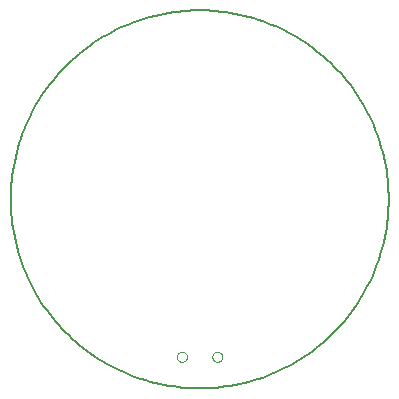
<source format=gko>
G75*
%MOIN*%
%OFA0B0*%
%FSLAX24Y24*%
%IPPOS*%
%LPD*%
%AMOC8*
5,1,8,0,0,1.08239X$1,22.5*
%
%ADD10C,0.0079*%
%ADD11C,0.0000*%
D10*
X000140Y006502D02*
X000142Y006660D01*
X000148Y006818D01*
X000158Y006976D01*
X000172Y007134D01*
X000190Y007291D01*
X000211Y007448D01*
X000237Y007604D01*
X000267Y007760D01*
X000300Y007915D01*
X000338Y008068D01*
X000379Y008221D01*
X000424Y008373D01*
X000473Y008524D01*
X000526Y008673D01*
X000582Y008821D01*
X000642Y008967D01*
X000706Y009112D01*
X000774Y009255D01*
X000845Y009397D01*
X000919Y009537D01*
X000997Y009674D01*
X001079Y009810D01*
X001163Y009944D01*
X001252Y010075D01*
X001343Y010204D01*
X001438Y010331D01*
X001535Y010456D01*
X001636Y010578D01*
X001740Y010697D01*
X001847Y010814D01*
X001957Y010928D01*
X002070Y011039D01*
X002185Y011148D01*
X002303Y011253D01*
X002424Y011355D01*
X002547Y011455D01*
X002673Y011551D01*
X002801Y011644D01*
X002931Y011734D01*
X003064Y011820D01*
X003199Y011904D01*
X003335Y011983D01*
X003474Y012060D01*
X003615Y012132D01*
X003757Y012202D01*
X003901Y012267D01*
X004047Y012329D01*
X004194Y012387D01*
X004343Y012442D01*
X004493Y012493D01*
X004644Y012540D01*
X004796Y012583D01*
X004949Y012622D01*
X005104Y012658D01*
X005259Y012689D01*
X005415Y012717D01*
X005571Y012741D01*
X005728Y012761D01*
X005886Y012777D01*
X006043Y012789D01*
X006202Y012797D01*
X006360Y012801D01*
X006518Y012801D01*
X006676Y012797D01*
X006835Y012789D01*
X006992Y012777D01*
X007150Y012761D01*
X007307Y012741D01*
X007463Y012717D01*
X007619Y012689D01*
X007774Y012658D01*
X007929Y012622D01*
X008082Y012583D01*
X008234Y012540D01*
X008385Y012493D01*
X008535Y012442D01*
X008684Y012387D01*
X008831Y012329D01*
X008977Y012267D01*
X009121Y012202D01*
X009263Y012132D01*
X009404Y012060D01*
X009543Y011983D01*
X009679Y011904D01*
X009814Y011820D01*
X009947Y011734D01*
X010077Y011644D01*
X010205Y011551D01*
X010331Y011455D01*
X010454Y011355D01*
X010575Y011253D01*
X010693Y011148D01*
X010808Y011039D01*
X010921Y010928D01*
X011031Y010814D01*
X011138Y010697D01*
X011242Y010578D01*
X011343Y010456D01*
X011440Y010331D01*
X011535Y010204D01*
X011626Y010075D01*
X011715Y009944D01*
X011799Y009810D01*
X011881Y009674D01*
X011959Y009537D01*
X012033Y009397D01*
X012104Y009255D01*
X012172Y009112D01*
X012236Y008967D01*
X012296Y008821D01*
X012352Y008673D01*
X012405Y008524D01*
X012454Y008373D01*
X012499Y008221D01*
X012540Y008068D01*
X012578Y007915D01*
X012611Y007760D01*
X012641Y007604D01*
X012667Y007448D01*
X012688Y007291D01*
X012706Y007134D01*
X012720Y006976D01*
X012730Y006818D01*
X012736Y006660D01*
X012738Y006502D01*
X012736Y006344D01*
X012730Y006186D01*
X012720Y006028D01*
X012706Y005870D01*
X012688Y005713D01*
X012667Y005556D01*
X012641Y005400D01*
X012611Y005244D01*
X012578Y005089D01*
X012540Y004936D01*
X012499Y004783D01*
X012454Y004631D01*
X012405Y004480D01*
X012352Y004331D01*
X012296Y004183D01*
X012236Y004037D01*
X012172Y003892D01*
X012104Y003749D01*
X012033Y003607D01*
X011959Y003467D01*
X011881Y003330D01*
X011799Y003194D01*
X011715Y003060D01*
X011626Y002929D01*
X011535Y002800D01*
X011440Y002673D01*
X011343Y002548D01*
X011242Y002426D01*
X011138Y002307D01*
X011031Y002190D01*
X010921Y002076D01*
X010808Y001965D01*
X010693Y001856D01*
X010575Y001751D01*
X010454Y001649D01*
X010331Y001549D01*
X010205Y001453D01*
X010077Y001360D01*
X009947Y001270D01*
X009814Y001184D01*
X009679Y001100D01*
X009543Y001021D01*
X009404Y000944D01*
X009263Y000872D01*
X009121Y000802D01*
X008977Y000737D01*
X008831Y000675D01*
X008684Y000617D01*
X008535Y000562D01*
X008385Y000511D01*
X008234Y000464D01*
X008082Y000421D01*
X007929Y000382D01*
X007774Y000346D01*
X007619Y000315D01*
X007463Y000287D01*
X007307Y000263D01*
X007150Y000243D01*
X006992Y000227D01*
X006835Y000215D01*
X006676Y000207D01*
X006518Y000203D01*
X006360Y000203D01*
X006202Y000207D01*
X006043Y000215D01*
X005886Y000227D01*
X005728Y000243D01*
X005571Y000263D01*
X005415Y000287D01*
X005259Y000315D01*
X005104Y000346D01*
X004949Y000382D01*
X004796Y000421D01*
X004644Y000464D01*
X004493Y000511D01*
X004343Y000562D01*
X004194Y000617D01*
X004047Y000675D01*
X003901Y000737D01*
X003757Y000802D01*
X003615Y000872D01*
X003474Y000944D01*
X003335Y001021D01*
X003199Y001100D01*
X003064Y001184D01*
X002931Y001270D01*
X002801Y001360D01*
X002673Y001453D01*
X002547Y001549D01*
X002424Y001649D01*
X002303Y001751D01*
X002185Y001856D01*
X002070Y001965D01*
X001957Y002076D01*
X001847Y002190D01*
X001740Y002307D01*
X001636Y002426D01*
X001535Y002548D01*
X001438Y002673D01*
X001343Y002800D01*
X001252Y002929D01*
X001163Y003060D01*
X001079Y003194D01*
X000997Y003330D01*
X000919Y003467D01*
X000845Y003607D01*
X000774Y003749D01*
X000706Y003892D01*
X000642Y004037D01*
X000582Y004183D01*
X000526Y004331D01*
X000473Y004480D01*
X000424Y004631D01*
X000379Y004783D01*
X000338Y004936D01*
X000300Y005089D01*
X000267Y005244D01*
X000237Y005400D01*
X000211Y005556D01*
X000190Y005713D01*
X000172Y005870D01*
X000158Y006028D01*
X000148Y006186D01*
X000142Y006344D01*
X000140Y006502D01*
D11*
X005681Y001252D02*
X005683Y001277D01*
X005689Y001302D01*
X005698Y001326D01*
X005711Y001348D01*
X005728Y001368D01*
X005747Y001385D01*
X005768Y001399D01*
X005792Y001409D01*
X005816Y001416D01*
X005842Y001419D01*
X005867Y001418D01*
X005892Y001413D01*
X005916Y001404D01*
X005939Y001392D01*
X005959Y001377D01*
X005977Y001358D01*
X005992Y001337D01*
X006003Y001314D01*
X006011Y001290D01*
X006015Y001265D01*
X006015Y001239D01*
X006011Y001214D01*
X006003Y001190D01*
X005992Y001167D01*
X005977Y001146D01*
X005959Y001127D01*
X005939Y001112D01*
X005916Y001100D01*
X005892Y001091D01*
X005867Y001086D01*
X005842Y001085D01*
X005816Y001088D01*
X005792Y001095D01*
X005768Y001105D01*
X005747Y001119D01*
X005728Y001136D01*
X005711Y001156D01*
X005698Y001178D01*
X005689Y001202D01*
X005683Y001227D01*
X005681Y001252D01*
X006862Y001252D02*
X006864Y001277D01*
X006870Y001302D01*
X006879Y001326D01*
X006892Y001348D01*
X006909Y001368D01*
X006928Y001385D01*
X006949Y001399D01*
X006973Y001409D01*
X006997Y001416D01*
X007023Y001419D01*
X007048Y001418D01*
X007073Y001413D01*
X007097Y001404D01*
X007120Y001392D01*
X007140Y001377D01*
X007158Y001358D01*
X007173Y001337D01*
X007184Y001314D01*
X007192Y001290D01*
X007196Y001265D01*
X007196Y001239D01*
X007192Y001214D01*
X007184Y001190D01*
X007173Y001167D01*
X007158Y001146D01*
X007140Y001127D01*
X007120Y001112D01*
X007097Y001100D01*
X007073Y001091D01*
X007048Y001086D01*
X007023Y001085D01*
X006997Y001088D01*
X006973Y001095D01*
X006949Y001105D01*
X006928Y001119D01*
X006909Y001136D01*
X006892Y001156D01*
X006879Y001178D01*
X006870Y001202D01*
X006864Y001227D01*
X006862Y001252D01*
M02*

</source>
